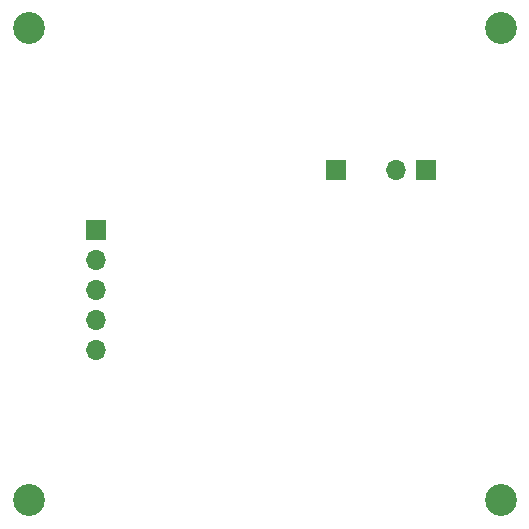
<source format=gbr>
%TF.GenerationSoftware,KiCad,Pcbnew,8.0.6-1.fc41*%
%TF.CreationDate,2024-12-16T12:55:25-05:00*%
%TF.ProjectId,MAX5719_breakout,4d415835-3731-4395-9f62-7265616b6f75,rev?*%
%TF.SameCoordinates,Original*%
%TF.FileFunction,Soldermask,Bot*%
%TF.FilePolarity,Negative*%
%FSLAX46Y46*%
G04 Gerber Fmt 4.6, Leading zero omitted, Abs format (unit mm)*
G04 Created by KiCad (PCBNEW 8.0.6-1.fc41) date 2024-12-16 12:55:25*
%MOMM*%
%LPD*%
G01*
G04 APERTURE LIST*
%ADD10C,2.700000*%
%ADD11R,1.700000X1.700000*%
%ADD12O,1.700000X1.700000*%
G04 APERTURE END LIST*
D10*
%TO.C,H1*%
X178750000Y-91000000D03*
%TD*%
D11*
%TO.C,J2*%
X172440000Y-103010000D03*
D12*
X169900000Y-103010000D03*
%TD*%
D10*
%TO.C,H2*%
X178750000Y-131000000D03*
%TD*%
%TO.C,H4*%
X138750000Y-91000000D03*
%TD*%
D11*
%TO.C,J1*%
X164820000Y-103010000D03*
%TD*%
D10*
%TO.C,H3*%
X138750000Y-131000000D03*
%TD*%
D11*
%TO.C,J3*%
X144500000Y-108090000D03*
D12*
X144500000Y-110630000D03*
X144500000Y-113170000D03*
X144500000Y-115710000D03*
X144500000Y-118250000D03*
%TD*%
M02*

</source>
